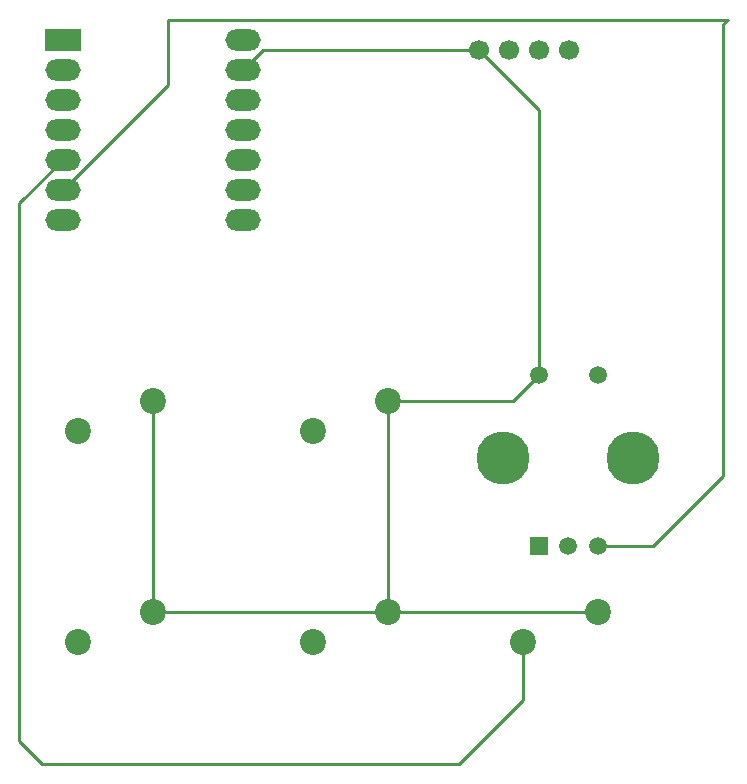
<source format=gbr>
%TF.GenerationSoftware,Flux,Pcbnew,7.0.11-7.0.11~ubuntu20.04.1*%
%TF.CreationDate,2024-10-19T07:10:41+00:00*%
%TF.ProjectId,input,696e7075-742e-46b6-9963-61645f706362,rev?*%
%TF.SameCoordinates,Original*%
%TF.FileFunction,Copper,L1,Top*%
%TF.FilePolarity,Positive*%
%FSLAX46Y46*%
G04 Gerber Fmt 4.6, Leading zero omitted, Abs format (unit mm)*
G04 Filename: hackpad*
G04 Build it with Flux! Visit our site at: https://www.flux.ai (PCBNEW 7.0.11-7.0.11~ubuntu20.04.1) date 2024-10-19 07:10:41*
%MOMM*%
%LPD*%
G01*
G04 APERTURE LIST*
G04 Aperture macros list*
%AMFreePoly0*
4,1,5,1.500000,-0.900000,-1.500000,-0.900000,-1.500000,0.900000,1.500000,0.900000,1.500000,-0.900000,1.500000,-0.900000,$1*%
%AMFreePoly1*
4,1,5,0.750000,-0.750000,-0.750000,-0.750000,-0.750000,0.750000,0.750000,0.750000,0.750000,-0.750000,0.750000,-0.750000,$1*%
G04 Aperture macros list end*
%TA.AperFunction,ComponentPad*%
%ADD10C,2.200000*%
%TD*%
%TA.AperFunction,ComponentPad*%
%ADD11O,3.000000X1.800000*%
%TD*%
%TA.AperFunction,ComponentPad*%
%ADD12FreePoly0,0.000000*%
%TD*%
%TA.AperFunction,ComponentPad*%
%ADD13C,1.700000*%
%TD*%
%TA.AperFunction,ComponentPad*%
%ADD14C,4.500000*%
%TD*%
%TA.AperFunction,ComponentPad*%
%ADD15C,1.500000*%
%TD*%
%TA.AperFunction,ComponentPad*%
%ADD16FreePoly1,0.000000*%
%TD*%
%TA.AperFunction,Conductor*%
%ADD17C,0.254000*%
%TD*%
G04 APERTURE END LIST*
D10*
%TO.P,,1*%
%TO.N,N/C*%
X2540000Y-17886200D03*
%TO.P,,2*%
X-3810000Y-20426200D03*
%TO.P,,1*%
X-17363600Y0D03*
%TO.P,,2*%
X-23713600Y-2540000D03*
%TO.P,,1*%
X20319800Y-17886200D03*
%TO.P,,2*%
X13969800Y-20426200D03*
D11*
%TO.P,,P29_A3_D3*%
X-24983600Y22921500D03*
%TO.P,,5V*%
X-9743600Y30541500D03*
%TO.P,,P6_SDA_D4*%
X-24983600Y20381500D03*
%TO.P,,D7_CSn_P1_RX*%
X-9743600Y15301500D03*
%TO.P,,D9_MISO_P4*%
X-9743600Y20381500D03*
%TO.P,,P28_A2_D2*%
X-24983600Y25461500D03*
%TO.P,,3V3*%
X-9743600Y25461500D03*
%TO.P,,D8_SCK_P2*%
X-9743600Y17841500D03*
%TO.P,,D10_MOSI_P3*%
X-9743600Y22921500D03*
%TO.P,,P27_A1_D1*%
X-24983600Y28001500D03*
D12*
%TO.P,,P26_A0_D0*%
X-24983600Y30541500D03*
D11*
%TO.P,,P0_TX_D6*%
X-24983600Y15301500D03*
%TO.P,,P7_SCL_D5*%
X-24983600Y17841500D03*
%TO.P,,GND*%
X-9743600Y28001500D03*
D10*
%TO.P,,1*%
X-17363600Y-17886200D03*
%TO.P,,2*%
X-23713600Y-20426200D03*
D13*
%TO.P,,VDD*%
X12780000Y29741600D03*
%TO.P,,GND*%
X10240000Y29741600D03*
%TO.P,,SCK*%
X15320000Y29741600D03*
%TO.P,,SDA*%
X17860000Y29741600D03*
D14*
%TO.P,,MH2*%
X23320000Y-4830000D03*
D15*
%TO.P,,NO*%
X20320000Y2170000D03*
D16*
%TO.P,,CW*%
X15320000Y-12330000D03*
D14*
%TO.P,,MH1*%
X12320000Y-4830000D03*
D15*
%TO.P,,CCW*%
X20320000Y-12330000D03*
%TO.P,,WIPER*%
X17820000Y-12330000D03*
%TO.P,,COM*%
X15320000Y2170000D03*
D10*
%TO.P,,1*%
X2540000Y0D03*
%TO.P,,2*%
X-3810000Y-2540000D03*
%TD*%
D17*
%TO.N,Net 6*%
X-26745800Y-30733100D02*
X-28654400Y-28824500D01*
X-24983600Y20381500D02*
X-24062000Y20381500D01*
X13969800Y-25353300D02*
X8590000Y-30733100D01*
X-28654400Y16710700D02*
X-28654400Y-28824500D01*
X8590000Y-30733100D02*
X-26745800Y-30733100D01*
X13969800Y-20426200D02*
X13969800Y-25353200D01*
X-28654400Y16710700D02*
X-24983600Y20381500D01*
%TO.N,Net 8*%
X20320000Y-12330000D02*
X24960200Y-12330000D01*
X-16057900Y32269400D02*
X-16057900Y26767200D01*
X30961300Y-6328900D02*
X30961300Y31911900D01*
X30961300Y31911900D02*
X31318700Y32269300D01*
X31318700Y32269300D02*
X-16057900Y32269300D01*
X-16057800Y26767300D02*
X-24983600Y17841500D01*
X24960300Y-12330000D02*
X30961300Y-6329000D01*
%TO.N,Net 7*%
X13150000Y0D02*
X15320000Y2170000D01*
X15320000Y2170000D02*
X15320000Y24661600D01*
X2540000Y-17886200D02*
X20319800Y-17886200D01*
X-17363600Y0D02*
X-17363600Y-17886200D01*
X-17363600Y-17886200D02*
X2540000Y-17886200D01*
X10240000Y29741600D02*
X-8003600Y29741600D01*
X2540000Y-17886200D02*
X2540000Y0D01*
X-8003600Y29741600D02*
X-9743600Y28001500D01*
X2540000Y0D02*
X13150000Y0D01*
X15320000Y24661600D02*
X10240000Y29741600D01*
%TD*%
M02*

</source>
